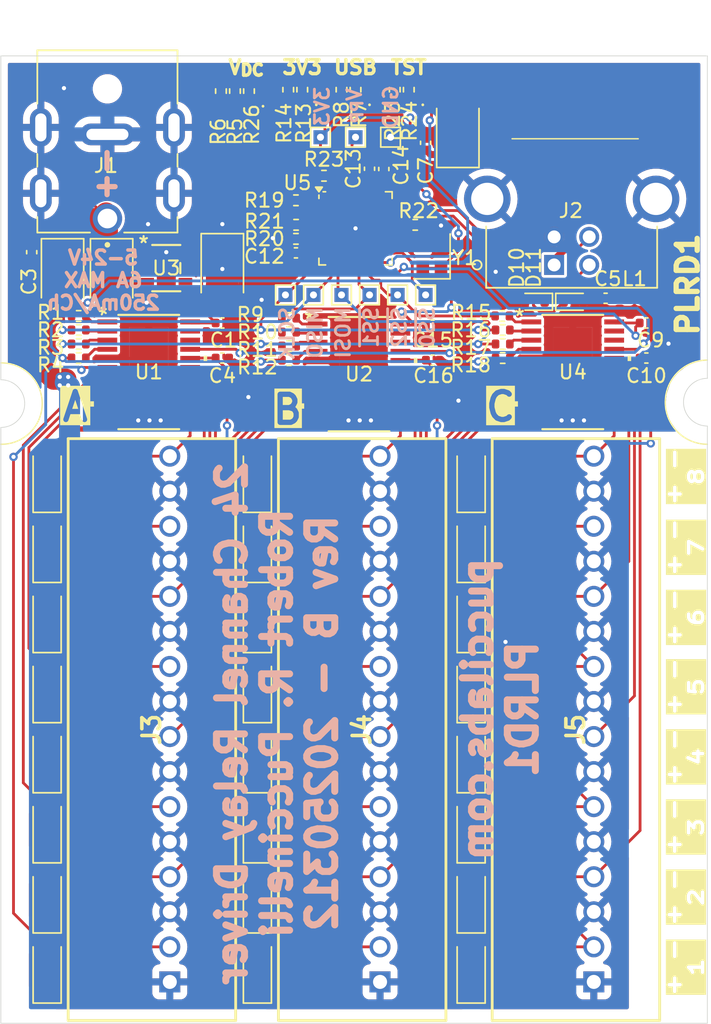
<source format=kicad_pcb>
(kicad_pcb
	(version 20240108)
	(generator "pcbnew")
	(generator_version "8.0")
	(general
		(thickness 1.6)
		(legacy_teardrops no)
	)
	(paper "A4")
	(title_block
		(title "PLRD1 - 24 Channel Relay Driver")
		(date "2025-02-14")
		(rev "A")
		(company "Robert R. Puccinelli")
	)
	(layers
		(0 "F.Cu" signal)
		(31 "B.Cu" signal)
		(32 "B.Adhes" user "B.Adhesive")
		(33 "F.Adhes" user "F.Adhesive")
		(34 "B.Paste" user)
		(35 "F.Paste" user)
		(36 "B.SilkS" user "B.Silkscreen")
		(37 "F.SilkS" user "F.Silkscreen")
		(38 "B.Mask" user)
		(39 "F.Mask" user)
		(40 "Dwgs.User" user "User.Drawings")
		(41 "Cmts.User" user "User.Comments")
		(42 "Eco1.User" user "User.Eco1")
		(43 "Eco2.User" user "User.Eco2")
		(44 "Edge.Cuts" user)
		(45 "Margin" user)
		(46 "B.CrtYd" user "B.Courtyard")
		(47 "F.CrtYd" user "F.Courtyard")
		(48 "B.Fab" user)
		(49 "F.Fab" user)
		(50 "User.1" user)
		(51 "User.2" user)
		(52 "User.3" user)
		(53 "User.4" user)
		(54 "User.5" user)
		(55 "User.6" user)
		(56 "User.7" user)
		(57 "User.8" user)
		(58 "User.9" user)
	)
	(setup
		(pad_to_mask_clearance 0)
		(allow_soldermask_bridges_in_footprints no)
		(pcbplotparams
			(layerselection 0x00010fc_ffffffff)
			(plot_on_all_layers_selection 0x0000000_00000000)
			(disableapertmacros no)
			(usegerberextensions no)
			(usegerberattributes yes)
			(usegerberadvancedattributes yes)
			(creategerberjobfile yes)
			(dashed_line_dash_ratio 12.000000)
			(dashed_line_gap_ratio 3.000000)
			(svgprecision 4)
			(plotframeref no)
			(viasonmask no)
			(mode 1)
			(useauxorigin no)
			(hpglpennumber 1)
			(hpglpenspeed 20)
			(hpglpendiameter 15.000000)
			(pdf_front_fp_property_popups yes)
			(pdf_back_fp_property_popups yes)
			(dxfpolygonmode yes)
			(dxfimperialunits yes)
			(dxfusepcbnewfont yes)
			(psnegative no)
			(psa4output no)
			(plotreference yes)
			(plotvalue yes)
			(plotfptext yes)
			(plotinvisibletext no)
			(sketchpadsonfab no)
			(subtractmaskfromsilk no)
			(outputformat 1)
			(mirror no)
			(drillshape 1)
			(scaleselection 1)
			(outputdirectory "")
		)
	)
	(net 0 "")
	(net 1 "GND")
	(net 2 "VBUS")
	(net 3 "+3V3")
	(net 4 "+24V")
	(net 5 "/DP")
	(net 6 "Net-(D2-A)")
	(net 7 "Net-(D3-A)")
	(net 8 "Net-(D4-A)")
	(net 9 "Net-(D5-A)")
	(net 10 "Net-(D6-A)")
	(net 11 "Net-(D7-A)")
	(net 12 "Net-(D8-A)")
	(net 13 "Net-(D9-A)")
	(net 14 "Net-(D14-A)")
	(net 15 "Net-(D15-A)")
	(net 16 "Net-(D16-A)")
	(net 17 "Net-(D17-A)")
	(net 18 "Net-(D18-A)")
	(net 19 "Net-(D19-A)")
	(net 20 "Net-(D20-A)")
	(net 21 "Net-(D21-A)")
	(net 22 "Net-(D22-A)")
	(net 23 "Net-(D23-A)")
	(net 24 "Net-(D24-A)")
	(net 25 "Net-(D25-A)")
	(net 26 "/DM")
	(net 27 "Net-(D30-K)")
	(net 28 "Net-(D30-A)")
	(net 29 "/~{SS0}")
	(net 30 "Net-(U2-~{SCS})")
	(net 31 "/SCLK")
	(net 32 "Net-(U2-SCLK)")
	(net 33 "/MOSI")
	(net 34 "Net-(U2-SDI)")
	(net 35 "/MISO")
	(net 36 "Net-(U2-SDO)")
	(net 37 "Net-(U4-~{SCS})")
	(net 38 "Net-(U4-SCLK)")
	(net 39 "Net-(U4-SDI)")
	(net 40 "Net-(U4-SDO)")
	(net 41 "Net-(R24-Pad2)")
	(net 42 "/~{SS1}")
	(net 43 "/~{SS2}")
	(net 44 "/~{SLP}")
	(net 45 "unconnected-(U2-NC-Pad10)")
	(net 46 "unconnected-(U2-IN0-Pad23)")
	(net 47 "unconnected-(U2-NC-Pad14)")
	(net 48 "unconnected-(U2-NC-Pad15)")
	(net 49 "unconnected-(U2-IN1-Pad22)")
	(net 50 "unconnected-(U2-NC-Pad11)")
	(net 51 "unconnected-(U4-IN0-Pad23)")
	(net 52 "unconnected-(U4-NC-Pad11)")
	(net 53 "unconnected-(U4-NC-Pad14)")
	(net 54 "unconnected-(U4-IN1-Pad22)")
	(net 55 "unconnected-(U4-NC-Pad10)")
	(net 56 "unconnected-(U4-NC-Pad15)")
	(net 57 "Net-(J2-VBUS)")
	(net 58 "Net-(D1-K)")
	(net 59 "Net-(D12-K)")
	(net 60 "Net-(D13-K)")
	(net 61 "Net-(D26-A)")
	(net 62 "Net-(D27-A)")
	(net 63 "Net-(D28-A)")
	(net 64 "Net-(D29-A)")
	(net 65 "Net-(U1-~{SCS})")
	(net 66 "Net-(U1-SCLK)")
	(net 67 "Net-(U1-SDI)")
	(net 68 "Net-(U1-SDO)")
	(net 69 "Net-(R7-Pad2)")
	(net 70 "Net-(R13-Pad2)")
	(net 71 "Net-(U5-DEBUGGER)")
	(net 72 "Net-(U5-DCNF1)")
	(net 73 "Net-(U5-DCNF0)")
	(net 74 "Net-(U5-RREF)")
	(net 75 "Net-(U5-~{SS})")
	(net 76 "Net-(U5-VPP)")
	(net 77 "unconnected-(U1-NC-Pad10)")
	(net 78 "unconnected-(U1-IN0-Pad23)")
	(net 79 "unconnected-(U1-NC-Pad14)")
	(net 80 "unconnected-(U1-NC-Pad15)")
	(net 81 "unconnected-(U1-IN1-Pad22)")
	(net 82 "unconnected-(U1-NC-Pad11)")
	(net 83 "unconnected-(U3-NC-Pad4)")
	(net 84 "unconnected-(U3-EN-Pad3)")
	(net 85 "unconnected-(U5-BCD_DET-Pad31)")
	(net 86 "unconnected-(U5-XSCO-Pad19)")
	(net 87 "unconnected-(U5-IO3-Pad12)")
	(net 88 "Net-(U5-XSCI)")
	(net 89 "unconnected-(U5-IO2-Pad11)")
	(footprint "Resistor_SMD:R_0402_1005Metric" (layer "F.Cu") (at 131.9 63.01 -90))
	(footprint "Capacitor_SMD:C_0402_1005Metric" (layer "F.Cu") (at 132 82.05))
	(footprint "Capacitor_SMD:C_0402_1005Metric" (layer "F.Cu") (at 162.25 79.55 180))
	(footprint "Diode_SMD:D_SOD-123" (layer "F.Cu") (at 134.5 115.7 90))
	(footprint "Capacitor_SMD:C_0402_1005Metric" (layer "F.Cu") (at 143.52 68.57 90))
	(footprint "LED_SMD:LED_0402_1005Metric" (layer "F.Cu") (at 146.3 62.9 90))
	(footprint "Diode_SMD:D_SOD-123" (layer "F.Cu") (at 149.75 105.7 90))
	(footprint "Resistor_SMD:R_0402_1005Metric" (layer "F.Cu") (at 132.9 63.01 -90))
	(footprint "TestPoint:TestPoint_THTPad_1.0x1.0mm_Drill0.5mm" (layer "F.Cu") (at 140.5 77.55 180))
	(footprint "Resistor_SMD:R_0402_1005Metric" (layer "F.Cu") (at 136.76 82.2))
	(footprint "Resistor_SMD:R_0402_1005Metric" (layer "F.Cu") (at 152 80.05))
	(footprint "Resistor_SMD:R_0402_1005Metric" (layer "F.Cu") (at 144.3 62.91 -90))
	(footprint "TestPoint:TestPoint_THTPad_1.0x1.0mm_Drill0.5mm" (layer "F.Cu") (at 144.5 77.55 -90))
	(footprint "Resistor_SMD:R_0402_1005Metric" (layer "F.Cu") (at 151.97 79.05))
	(footprint "Custom:1989887" (layer "F.Cu") (at 143.25 126.55 90))
	(footprint "LED_SMD:LED_0402_1005Metric" (layer "F.Cu") (at 134.9 63 90))
	(footprint "Resistor_SMD:R_0402_1005Metric" (layer "F.Cu") (at 121.75 80.05))
	(footprint "Resistor_SMD:R_0402_1005Metric" (layer "F.Cu") (at 137.7 62.91 -90))
	(footprint "Diode_SMD:D_SOD-523" (layer "F.Cu") (at 157.04325 78.04))
	(footprint "Resistor_SMD:R_0402_1005Metric" (layer "F.Cu") (at 139.25 69.05))
	(footprint "LED_SMD:LED_0402_1005Metric" (layer "F.Cu") (at 142.5 62.9 90))
	(footprint "Diode_SMD:D_SOD-123" (layer "F.Cu") (at 149.75 115.7 90))
	(footprint "Capacitor_SMD:C_0402_1005Metric" (layer "F.Cu") (at 159.34325 77.79 180))
	(footprint "Resistor_SMD:R_0402_1005Metric" (layer "F.Cu") (at 141.5 62.91 -90))
	(footprint "Custom:DBV5_TEX" (layer "F.Cu") (at 128 75.6375))
	(footprint "TestPoint:TestPoint_THTPad_1.0x1.0mm_Drill0.5mm" (layer "F.Cu") (at 138.5 77.55 180))
	(footprint "Diode_SMD:D_SOD-123" (layer "F.Cu") (at 149.75 125.7 90))
	(footprint "Capacitor_SMD:C_0402_1005Metric" (layer "F.Cu") (at 142.5 68.55 90))
	(footprint "Diode_SMD:D_SOD-123" (layer "F.Cu") (at 149.75 90.7 90))
	(footprint "Custom:1989887" (layer "F.Cu") (at 128.25 126.55 90))
	(footprint "Custom:CUI_UJ2-BH-2-TH" (layer "F.Cu") (at 155.67 75.41 180))
	(footprint "Capacitor_Tantalum_SMD:CP_EIA-3528-21_Kemet-B" (layer "F.Cu") (at 120.6 76 -90))
	(footprint "Diode_SMD:D_SOD-123" (layer "F.Cu") (at 134.5 90.7 90))
	(footprint "Resistor_SMD:R_0402_1005Metric" (layer "F.Cu") (at 136.76 79.2))
	(footprint "Diode_SMD:D_SOD-123" (layer "F.Cu") (at 134.5 125.7 90))
	(footprint "Capacitor_Tantalum_SMD:CP_EIA-3528-21_Kemet-B" (layer "F.Cu") (at 124.1 76 -90))
	(footprint "Resistor_SMD:R_0402_1005Metric"
		(layer "F.Cu")
		(uuid "6453c626-1a31-4143-825d-2a4cbdaeef5d")
		(at 136.76 81.2)
		(descr "Resistor SMD 0402 (1005 Metric), square (rectangular) end terminal, IPC_7351 nominal, (Body size source: IPC-SM-782 page 72, https://www.pcb-3d.com/wordpress/wp-content/uploads/ipc-sm-782a_amendment_1_and_2.pdf), generated with kicad-footprint-generator")
		(tags "resistor")
		(property "Reference" "R11"
			(at -2.26 0.25 0)
			(layer "F.SilkS")
			(uuid "f2fc9865-f95f-478d-a8d7-cf7bb2e98e60")
			(effects
				(font
					(size 1 1)
					(thickness 0.15)
				)
			)
		)
		(property "Value" "470R"
			(at 0 1.17 0)
			(layer "F.Fab")
			(uuid "c1566020-ed32-4911-8054-0a1c1274d5e0")
			(effects
				(font
					(size 1 1)
					(thickness 0.15)
				)
			)
		)
		(property "Footprint" "Resistor_SMD:R_0402_1005Metric"
			(at 0 0 0)
			(unlocked yes)
			(layer "F.Fab")
			(hide yes)
			(uuid "747eb417-2606-4085-a2a2-7389ed4d1423")
			(effects
				(font
					(size 1.27 1.27)
					(thickness 0.15)
				)
			)
		)
		(property "Datasheet" ""
			(at 0 0 0)
			(unlocked yes)
			(layer "F.Fab")
			(hide yes)
			(uuid "8ec66e30-ceb2-4fb6-9aa3-e98d0496340e")
			(effects
				(font
					(size 1.27 1.27)
					(thickness 0.15)
				)
			)
		)
		(property "Description" "Resistor"
			(at 0 0 0)
			(unlocked yes)
			(layer "F.Fab")
			(hide yes)
			(uuid "b66eff1d-fb4b-4e3b-9023-023102e1b5b6")
			(effects
				(font
					(size 1.27 1.27)
					(thickness 0.15)
				)
			)
		)
		(property ki_fp_filters "R_*")
		(path "/9ebf8cd2-c1c5-41af-b048-6342fb1e7331")
		(sheetname "Root")
		(sheetfile "PLRD1_24ChRelayDriver.kicad_sch")
		(attr smd)
		(fp_line
			(start -0.153641 -0.38)
			(end 0.153641 -0.38)
			(stroke
				(width 0.12)
				(type solid)
			)
			(layer "F.SilkS")
			(uuid "7eb42f30-0ac1-4edd-858b-3d66d3e04665")
		)
		(fp_line
			(start -0.153641 0.38)
			(end 0.153641 0.38)
			(stroke
				(width 0.12)
				(type solid)
			)
			(layer "F.SilkS")
			(uuid "1d91edd8-a4e8-4eff-84bc-43bf7d2e6b70")
		)
		(fp_line
			(start -0.93 -0.47)
			(end 0.93 -0.47)
			(stroke
				(width 0.05)
				(type solid)
			)
			(layer "F.CrtYd")
			(uuid "3c22243e-45ad-4718-bf54-4cab51b223a1")
		)
		(fp_line
			(start -0.93 0.47)
			(end -0.93 -0.47)
			(stroke
				(width 0.05)
				(type solid)

... [878325 chars truncated]
</source>
